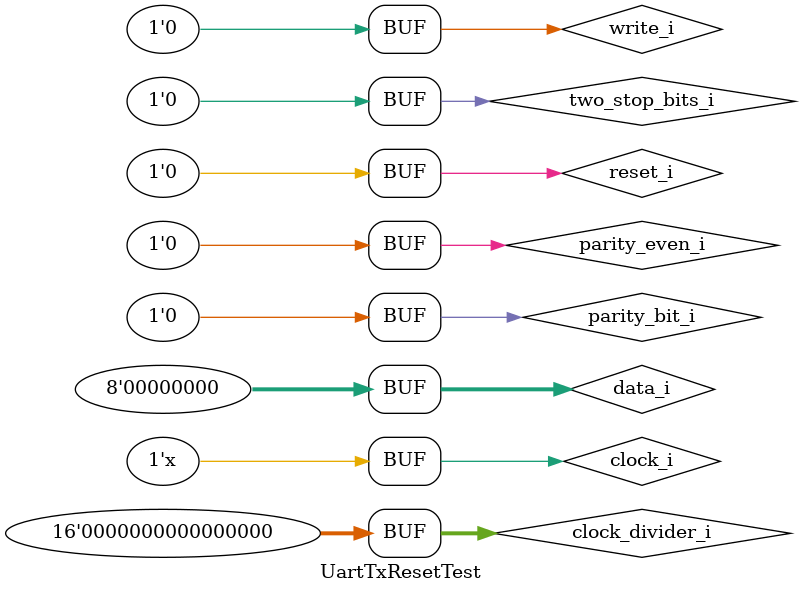
<source format=v>
module UartTxResetTest ();

reg reset_i = 1'b0;
reg clock_i = 1'b0;
reg write_i = 1'b0;
reg two_stop_bits_i = 1'b0;
reg parity_bit_i = 1'b0;
reg parity_even_i = 1'b0;
reg [15:0] clock_divider_i = 0;
reg [7:0] data_i = 8'h00;
wire serial_o;
wire busy_o;

UartTx uart_tx (
  .reset_i(reset_i),
  .clock_i(clock_i),
  .write_i(write_i),
  .two_stop_bits_i(two_stop_bits_i),
  .parity_bit_i(parity_bit_i),
  .parity_even_i(parity_even_i),
  .clock_divider_i(clock_divider_i),
  .data_i(data_i),
  .serial_o(serial_o),
  .busy_o(busy_o)
);

always #1 clock_i <= ~clock_i;

always @ (*) begin
  if (reset_i) begin
    if (!busy_o)
      $display("FAILED - busy_o should be high when reset_i is high");

    if (!serial_o)
      $display("FAILED - serial_o should be high when reset_i is high");
  end
end

initial begin
  #1 reset_i = 1'b1;

  #1
  if (!busy_o)
    $display("FAILED - Should be busy during reset_i");

  reset_i = 1'b0;

  #24 if (!busy_o)
    $display("FAILED - Should wait one packet length after reset");

  #2 if (busy_o)
    $display("FAILED - busy_o should go low after reset wait time");
end

endmodule

</source>
